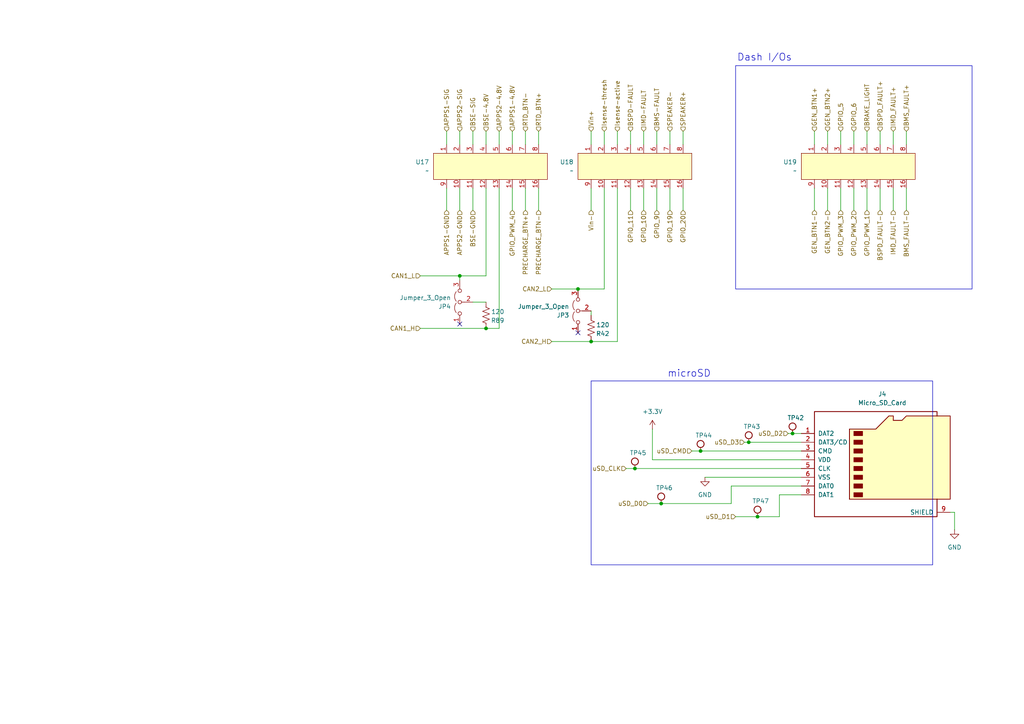
<source format=kicad_sch>
(kicad_sch (version 20250114) (generator "eeschema") (generator_version "9.0")
  (paper "A4")
  (lib_symbols
    (symbol ".Test-Point:RH-5015" (pin_numbers (hide yes)) (pin_names (hide yes))
      (property "Reference" "TP" (at 0 -15.24 0))
      (property "Value" "RH-5015" (at 0 -11.43 0))
      (symbol "RH-5015_1_1"
        (circle (center 0 2.032) (radius 1.016) (stroke (width 0.254)))
        (pin passive line (at 0 0 90) (length 0.9906) (name "1") (number "1"))
      )
    )
    (symbol "BFR Resistors:RMCF0603FT120R" (pin_numbers (hide yes))
      (property "Reference" "R" (at 0 2.54 0))
      (property "Value" "120" (at 1.27 2.54 0))
      (symbol "RMCF0603FT120R_0_1"
        (polyline (pts (xy -2.286 0) (xy -2.54 0)))
        (polyline (pts (xy -2.286 0) (xy -1.905 1.016) (xy -1.524 0) (xy -1.143 -1.016) (xy -0.762 0)))
        (polyline (pts (xy -0.762 0) (xy -0.381 1.016) (xy 0 0) (xy 0.381 -1.016) (xy 0.762 0)))
        (polyline (pts (xy 0.762 0) (xy 1.143 1.016) (xy 1.524 0) (xy 1.905 -1.016) (xy 2.286 0)))
        (polyline (pts (xy 2.286 0) (xy 2.54 0)))
      )
      (symbol "RMCF0603FT120R_1_1"
        (pin passive line (at -3.81 0 0) (length 1.27) (name "~") (number "1"))
        (pin passive line (at 3.81 0 180) (length 1.27) (name "~") (number "2"))
      )
    )
    (symbol "Connector:Micro_SD_Card" (pin_names (offset 1.016))
      (property "Reference" "J" (at -16.51 15.24 0))
      (property "Value" "Micro_SD_Card" (at 16.51 15.24 0))
      (symbol "Micro_SD_Card_0_1"
        (polyline (pts (xy -8.89 -11.43) (xy -8.89 8.89) (xy -1.27 8.89) (xy 2.54 12.7) (xy 3.81 12.7) (xy 3.81 11.43) (xy 6.35 11.43) (xy 7.62 12.7) (xy 20.32 12.7) (xy 20.32 -11.43) (xy -8.89 -11.43)) (stroke (width 0.254)) (fill (type background)))
        (rectangle (start -7.62 8.255) (end -5.08 6.985) (fill (type outline)))
        (rectangle (start -7.62 5.715) (end -5.08 4.445) (fill (type outline)))
        (rectangle (start -7.62 3.175) (end -5.08 1.905) (fill (type outline)))
        (rectangle (start -7.62 0.635) (end -5.08 -0.635) (fill (type outline)))
        (rectangle (start -7.62 -1.905) (end -5.08 -3.175) (fill (type outline)))
        (rectangle (start -7.62 -4.445) (end -5.08 -5.715) (fill (type outline)))
        (rectangle (start -7.62 -6.985) (end -5.08 -8.255) (fill (type outline)))
        (rectangle (start -7.62 -9.525) (end -5.08 -10.795) (fill (type outline)))
        (polyline (pts (xy 16.51 12.7) (xy 16.51 13.97) (xy -19.05 13.97) (xy -19.05 -16.51) (xy 16.51 -16.51) (xy 16.51 -11.43)) (stroke (width 0.254)))
      )
      (symbol "Micro_SD_Card_1_1"
        (pin bidirectional line (at -22.86 7.62 0) (length 3.81) (name "DAT2") (number "1"))
        (pin bidirectional line (at -22.86 5.08 0) (length 3.81) (name "DAT3/CD") (number "2"))
        (pin input line (at -22.86 2.54 0) (length 3.81) (name "CMD") (number "3"))
        (pin power_in line (at -22.86 0 0) (length 3.81) (name "VDD") (number "4"))
        (pin input line (at -22.86 -2.54 0) (length 3.81) (name "CLK") (number "5"))
        (pin power_in line (at -22.86 -5.08 0) (length 3.81) (name "VSS") (number "6"))
        (pin bidirectional line (at -22.86 -7.62 0) (length 3.81) (name "DAT0") (number "7"))
        (pin bidirectional line (at -22.86 -10.16 0) (length 3.81) (name "DAT1") (number "8"))
        (pin passive line (at 20.32 -15.24 180) (length 3.81) (name "SHIELD") (number "9"))
      )
    )
    (symbol "Jumper:Jumper_3_Open" (pin_names (offset 0) (hide yes)) (in_bom no)
      (property "Reference" "JP" (at -2.54 -2.54 0))
      (property "Value" "Jumper_3_Open" (at 0 2.794 0))
      (symbol "Jumper_3_Open_0_0"
        (circle (center -3.302 0) (radius 0.508))
        (circle (center 0 0) (radius 0.508))
        (circle (center 3.302 0) (radius 0.508))
      )
      (symbol "Jumper_3_Open_0_1"
        (arc (start -3.048 1.016) (mid -1.651 1.4992) (end -0.254 1.016))
        (polyline (pts (xy 0 -0.508) (xy 0 -1.27)))
        (arc (start 0.254 1.016) (mid 1.651 1.4992) (end 3.048 1.016))
      )
      (symbol "Jumper_3_Open_1_1"
        (pin passive line (at -6.35 0 0) (length 2.54) (name "A") (number "1"))
        (pin passive line (at 0 -3.81 90) (length 2.54) (name "C") (number "2"))
        (pin passive line (at 6.35 0 180) (length 2.54) (name "B") (number "3"))
      )
    )
    (symbol "MX150L_16-pin_1"
      (property "Reference" "U" (at 0 0 0))
      (property "Value" "MX150L 16-pin" (at -3.556 -2.032 0))
      (symbol "MX150L_16-pin_1_1_1"
        (rectangle (start 5.08 3.81) (end 38.1 -3.81) (fill (type color) (color 255 255 195 1)))
        (pin input line (at 8.89 6.35 270) (length 2.54) (name "") (number "1"))
        (pin input line (at 8.89 -6.35 90) (length 2.54) (name "") (number "9"))
        (pin input line (at 12.7 6.35 270) (length 2.54) (name "") (number "2"))
        (pin input line (at 12.7 -6.35 90) (length 2.54) (name "") (number "10"))
        (pin input line (at 16.51 6.35 270) (length 2.54) (name "") (number "3"))
        (pin input line (at 16.51 -6.35 90) (length 2.54) (name "") (number "11"))
        (pin input line (at 20.32 6.35 270) (length 2.54) (name "") (number "4"))
        (pin input line (at 20.32 -6.35 90) (length 2.54) (name "") (number "12"))
        (pin input line (at 24.13 6.35 270) (length 2.54) (name "") (number "5"))
        (pin input line (at 24.13 -6.35 90) (length 2.54) (name "") (number "13"))
        (pin input line (at 27.94 6.35 270) (length 2.54) (name "") (number "6"))
        (pin input line (at 27.94 -6.35 90) (length 2.54) (name "") (number "14"))
        (pin input line (at 31.75 6.35 270) (length 2.54) (name "") (number "7"))
        (pin input line (at 31.75 -6.35 90) (length 2.54) (name "") (number "15"))
        (pin input line (at 35.56 6.35 270) (length 2.54) (name "") (number "8"))
        (pin input line (at 35.56 -6.35 90) (length 2.54) (name "") (number "16"))
      )
    )
    (symbol "Molex-MX150:MX150L_16-pin"
      (property "Reference" "U" (at 0 0 0))
      (symbol "MX150L_16-pin_1_1"
        (rectangle (start 5.08 3.81) (end 38.1 -3.81) (fill (type color) (color 255 255 195 1)))
        (pin input line (at 8.89 6.35 270) (length 2.54) (name "") (number "1"))
        (pin input line (at 8.89 -6.35 90) (length 2.54) (name "") (number "9"))
        (pin input line (at 12.7 6.35 270) (length 2.54) (name "") (number "2"))
        (pin input line (at 12.7 -6.35 90) (length 2.54) (name "") (number "10"))
        (pin input line (at 16.51 6.35 270) (length 2.54) (name "") (number "3"))
        (pin input line (at 16.51 -6.35 90) (length 2.54) (name "") (number "11"))
        (pin input line (at 20.32 6.35 270) (length 2.54) (name "") (number "4"))
        (pin input line (at 20.32 -6.35 90) (length 2.54) (name "") (number "12"))
        (pin input line (at 24.13 6.35 270) (length 2.54) (name "") (number "5"))
        (pin input line (at 24.13 -6.35 90) (length 2.54) (name "") (number "13"))
        (pin input line (at 27.94 6.35 270) (length 2.54) (name "") (number "6"))
        (pin input line (at 27.94 -6.35 90) (length 2.54) (name "") (number "14"))
        (pin input line (at 31.75 6.35 270) (length 2.54) (name "") (number "7"))
        (pin input line (at 31.75 -6.35 90) (length 2.54) (name "") (number "15"))
        (pin input line (at 35.56 6.35 270) (length 2.54) (name "") (number "8"))
        (pin input line (at 35.56 -6.35 90) (length 2.54) (name "") (number "16"))
      )
    )
    (symbol "power:+3.3V" (power) (pin_numbers (hide yes)) (pin_names (offset 0) (hide yes))
      (property "Value" "+3.3V" (at 0 3.556 0))
      (symbol "+3.3V_0_1"
        (polyline (pts (xy -0.762 1.27) (xy 0 2.54)))
        (polyline (pts (xy 0 2.54) (xy 0.762 1.27)))
        (polyline (pts (xy 0 0) (xy 0 2.54)))
      )
      (symbol "+3.3V_1_1"
        (pin power_in line (at 0 0 90) (length 0) (name "~") (number "1"))
      )
    )
    (symbol "power:GND" (power) (pin_numbers (hide yes)) (pin_names (offset 0) (hide yes))
      (property "Value" "GND" (at 0 -3.81 0))
      (symbol "GND_0_1"
        (polyline (pts (xy 0 0) (xy 0 -1.27) (xy 1.27 -1.27) (xy 0 -2.54) (xy -1.27 -1.27) (xy 0 -1.27)))
      )
      (symbol "GND_1_1"
        (pin power_in line (at 0 0 270) (length 0) (name "~") (number "1"))
      )
    )
  )
  (rectangle (start 171.45 110.49) (end 270.51 163.83))
  (rectangle (start 213.36 19.05) (end 281.94 83.82))
  (text "Dash I/Os\n" (at 221.742 16.764 0) (effects (font (size 2.032 2.032))))
  (text "microSD\n" (at 199.898 108.458 0) (effects (font (size 2.032 2.032))))
  (junction (at 203.2 130.81))
  (junction (at 171.45 99.06))
  (junction (at 219.71 149.86))
  (junction (at 229.87 125.73))
  (junction (at 133.35 80.01))
  (junction (at 191.77 146.05))
  (junction (at 184.15 135.89))
  (junction (at 167.64 83.82))
  (junction (at 217.17 128.27))
  (junction (at 140.97 95.25))
  (no_connect (at 133.35 93.98))
  (no_connect (at 167.64 96.52))
  (wire (pts (xy 179.07 54.61) (xy 179.07 99.06)))
  (wire (pts (xy 137.16 38.1) (xy 137.16 41.91)))
  (wire (pts (xy 215.9 128.27) (xy 217.17 128.27)))
  (wire (pts (xy 171.45 91.44) (xy 171.45 90.17)))
  (wire (pts (xy 148.59 38.1) (xy 148.59 41.91)))
  (wire (pts (xy 194.31 54.61) (xy 194.31 60.96)))
  (wire (pts (xy 198.12 38.1) (xy 198.12 41.91)))
  (wire (pts (xy 232.41 138.43) (xy 204.47 138.43)))
  (wire (pts (xy 259.08 54.61) (xy 259.08 60.96)))
  (wire (pts (xy 152.4 38.1) (xy 152.4 41.91)))
  (wire (pts (xy 236.22 54.61) (xy 236.22 60.96)))
  (wire (pts (xy 129.54 54.61) (xy 129.54 60.96)))
  (wire (pts (xy 194.31 38.1) (xy 194.31 41.91)))
  (wire (pts (xy 189.23 133.35) (xy 232.41 133.35)))
  (wire (pts (xy 152.4 54.61) (xy 152.4 60.96)))
  (wire (pts (xy 137.16 54.61) (xy 137.16 60.96)))
  (wire (pts (xy 240.03 38.1) (xy 240.03 41.91)))
  (wire (pts (xy 175.26 54.61) (xy 175.26 83.82)))
  (wire (pts (xy 179.07 38.1) (xy 179.07 41.91)))
  (wire (pts (xy 240.03 54.61) (xy 240.03 60.96)))
  (wire (pts (xy 275.59 148.59) (xy 276.86 148.59)))
  (wire (pts (xy 182.88 54.61) (xy 182.88 60.96)))
  (wire (pts (xy 129.54 38.1) (xy 129.54 41.91)))
  (wire (pts (xy 255.27 54.61) (xy 255.27 60.96)))
  (wire (pts (xy 160.02 83.82) (xy 167.64 83.82)))
  (wire (pts (xy 171.45 54.61) (xy 171.45 60.96)))
  (wire (pts (xy 184.15 135.89) (xy 232.41 135.89)))
  (wire (pts (xy 144.78 38.1) (xy 144.78 41.91)))
  (wire (pts (xy 213.36 149.86) (xy 219.71 149.86)))
  (wire (pts (xy 121.92 80.01) (xy 133.35 80.01)))
  (wire (pts (xy 226.06 143.51) (xy 232.41 143.51)))
  (wire (pts (xy 198.12 54.61) (xy 198.12 60.96)))
  (wire (pts (xy 133.35 54.61) (xy 133.35 60.96)))
  (wire (pts (xy 200.66 130.81) (xy 203.2 130.81)))
  (wire (pts (xy 191.77 146.05) (xy 212.09 146.05)))
  (wire (pts (xy 212.09 140.97) (xy 232.41 140.97)))
  (wire (pts (xy 190.5 38.1) (xy 190.5 41.91)))
  (wire (pts (xy 186.69 54.61) (xy 186.69 60.96)))
  (wire (pts (xy 217.17 128.27) (xy 232.41 128.27)))
  (wire (pts (xy 182.88 38.1) (xy 182.88 41.91)))
  (wire (pts (xy 212.09 146.05) (xy 212.09 140.97)))
  (wire (pts (xy 251.46 54.61) (xy 251.46 60.96)))
  (wire (pts (xy 243.84 38.1) (xy 243.84 41.91)))
  (wire (pts (xy 181.61 135.89) (xy 184.15 135.89)))
  (wire (pts (xy 148.59 54.61) (xy 148.59 60.96)))
  (wire (pts (xy 229.87 125.73) (xy 232.41 125.73)))
  (wire (pts (xy 140.97 38.1) (xy 140.97 41.91)))
  (wire (pts (xy 247.65 38.1) (xy 247.65 41.91)))
  (wire (pts (xy 156.21 54.61) (xy 156.21 60.96)))
  (wire (pts (xy 144.78 54.61) (xy 144.78 95.25)))
  (wire (pts (xy 133.35 38.1) (xy 133.35 41.91)))
  (wire (pts (xy 121.92 95.25) (xy 140.97 95.25)))
  (wire (pts (xy 255.27 38.1) (xy 255.27 41.91)))
  (wire (pts (xy 187.96 146.05) (xy 191.77 146.05)))
  (wire (pts (xy 140.97 95.25) (xy 144.78 95.25)))
  (wire (pts (xy 156.21 38.1) (xy 156.21 41.91)))
  (wire (pts (xy 247.65 54.61) (xy 247.65 60.96)))
  (wire (pts (xy 259.08 38.1) (xy 259.08 41.91)))
  (wire (pts (xy 262.89 38.1) (xy 262.89 41.91)))
  (wire (pts (xy 262.89 54.61) (xy 262.89 60.96)))
  (wire (pts (xy 189.23 124.46) (xy 189.23 133.35)))
  (wire (pts (xy 186.69 38.1) (xy 186.69 41.91)))
  (wire (pts (xy 175.26 38.1) (xy 175.26 41.91)))
  (wire (pts (xy 133.35 81.28) (xy 133.35 80.01)))
  (wire (pts (xy 251.46 38.1) (xy 251.46 41.91)))
  (wire (pts (xy 167.64 83.82) (xy 175.26 83.82)))
  (wire (pts (xy 171.45 38.1) (xy 171.45 41.91)))
  (wire (pts (xy 171.45 99.06) (xy 179.07 99.06)))
  (wire (pts (xy 219.71 149.86) (xy 226.06 149.86)))
  (wire (pts (xy 236.22 38.1) (xy 236.22 41.91)))
  (wire (pts (xy 276.86 148.59) (xy 276.86 153.67)))
  (wire (pts (xy 140.97 54.61) (xy 140.97 80.01)))
  (wire (pts (xy 160.02 99.06) (xy 171.45 99.06)))
  (wire (pts (xy 203.2 130.81) (xy 232.41 130.81)))
  (wire (pts (xy 226.06 149.86) (xy 226.06 143.51)))
  (wire (pts (xy 133.35 80.01) (xy 140.97 80.01)))
  (wire (pts (xy 228.6 125.73) (xy 229.87 125.73)))
  (wire (pts (xy 243.84 54.61) (xy 243.84 60.96)))
  (wire (pts (xy 140.97 87.63) (xy 137.16 87.63)))
  (wire (pts (xy 190.5 54.61) (xy 190.5 60.96)))
  (hierarchical_label "BSE-SIG" (shape input) (at 137.16 38.1 90))
  (hierarchical_label "GPIO_20" (shape input) (at 198.12 60.96 270))
  (hierarchical_label "GEN_BTN2+" (shape input) (at 240.03 38.1 90))
  (hierarchical_label "uSD_CMD" (shape input) (at 200.66 130.81 180))
  (hierarchical_label "IMD-FAULT" (shape input) (at 186.69 38.1 90))
  (hierarchical_label "CAN1_L" (shape input) (at 121.92 80.01 180))
  (hierarchical_label "APPS1-4.8V" (shape input) (at 148.59 38.1 90))
  (hierarchical_label "Isense-thresh" (shape input) (at 175.26 38.1 90))
  (hierarchical_label "GPIO_PWM_2" (shape input) (at 247.65 60.96 270))
  (hierarchical_label "IMD_FAULT-" (shape input) (at 259.08 60.96 270))
  (hierarchical_label "Vin-" (shape input) (at 171.45 60.96 270))
  (hierarchical_label "BSE-4.8V" (shape input) (at 140.97 38.1 90))
  (hierarchical_label "RTD_BTN-" (shape input) (at 152.4 38.1 90))
  (hierarchical_label "GEN_BTN2-" (shape input) (at 240.03 60.96 270))
  (hierarchical_label "CAN1_H" (shape input) (at 121.92 95.25 180))
  (hierarchical_label "BSPD-FAULT" (shape input) (at 182.88 38.1 90))
  (hierarchical_label "GEN_BTN1-" (shape input) (at 236.22 60.96 270))
  (hierarchical_label "GPIO_PWM_4" (shape input) (at 148.59 60.96 270))
  (hierarchical_label "BSPD_FAULT+" (shape input) (at 255.27 38.1 90))
  (hierarchical_label "GPIO_5" (shape input) (at 243.84 38.1 90))
  (hierarchical_label "GEN_BTN1+" (shape input) (at 236.22 38.1 90))
  (hierarchical_label "GPIO_9" (shape input) (at 190.5 60.96 270))
  (hierarchical_label "GPIO_6" (shape input) (at 247.65 38.1 90))
  (hierarchical_label "uSD_D3" (shape input) (at 215.9 128.27 180))
  (hierarchical_label "RTD_BTN+" (shape input) (at 156.21 38.1 90))
  (hierarchical_label "BSE-GND" (shape input) (at 137.16 60.96 270))
  (hierarchical_label "BMS_FAULT+" (shape input) (at 262.89 38.1 90))
  (hierarchical_label "APPS1-SIG" (shape input) (at 129.54 38.1 90))
  (hierarchical_label "uSD_D2" (shape input) (at 228.6 125.73 180))
  (hierarchical_label "BMS_FAULT-" (shape input) (at 262.89 60.96 270))
  (hierarchical_label "GPIO_PWM_3" (shape input) (at 243.84 60.96 270))
  (hierarchical_label "GPIO_19" (shape input) (at 194.31 60.96 270))
  (hierarchical_label "CAN2_H" (shape input) (at 160.02 99.06 180))
  (hierarchical_label "BSPD_FAULT-" (shape input) (at 255.27 60.96 270))
  (hierarchical_label "GPIO_11" (shape input) (at 182.88 60.96 270))
  (hierarchical_label "uSD_D0" (shape input) (at 187.96 146.05 180))
  (hierarchical_label "APPS1-GND" (shape input) (at 129.54 60.96 270))
  (hierarchical_label "APPS2-4.8V" (shape input) (at 144.78 38.1 90))
  (hierarchical_label "GPIO_10" (shape input) (at 186.69 60.96 270))
  (hierarchical_label "PRECHARGE_BTN+" (shape input) (at 152.4 60.96 270))
  (hierarchical_label "Isense-active" (shape input) (at 179.07 38.1 90))
  (hierarchical_label "uSD_CLK" (shape input) (at 181.61 135.89 180))
  (hierarchical_label "APPS2-GND" (shape input) (at 133.35 60.96 270))
  (hierarchical_label "APPS2-SIG" (shape input) (at 133.35 38.1 90))
  (hierarchical_label "BRAKE_LIGHT" (shape input) (at 251.46 38.1 90))
  (hierarchical_label "IMD_FAULT+" (shape input) (at 259.08 38.1 90))
  (hierarchical_label "uSD_D1" (shape input) (at 213.36 149.86 180))
  (hierarchical_label "GPIO_PWM_1" (shape input) (at 251.46 60.96 270))
  (hierarchical_label "SPEAKER-" (shape input) (at 194.31 38.1 90))
  (hierarchical_label "BMS-FAULT" (shape input) (at 190.5 38.1 90))
  (hierarchical_label "Vin+" (shape input) (at 171.45 38.1 90))
  (hierarchical_label "SPEAKER+" (shape input) (at 198.12 38.1 90))
  (hierarchical_label "PRECHARGE_BTN-" (shape input) (at 156.21 60.96 270))
  (hierarchical_label "CAN2_L" (shape input) (at 160.02 83.82 180))
  (symbol (lib_id "Molex-MX150:MX150L_16-pin") (at 162.56 48.26 0) (unit 1)
    (property "Reference" "U18" (at 166.37 46.9899 0) (effects (justify right)))
    (property "Value" "~" (at 166.37 49.5299 0) (effects (justify right)))
    (property "Footprint" "20pinMX150Header:CONN_SD-19427-025_MOL" (effects (hide yes)))
  )
  (symbol (lib_id "Connector:Micro_SD_Card") (at 255.27 133.35 0) (unit 1)
    (property "Reference" "J4" (at 255.905 114.3 0))
    (property "Value" "Micro_SD_Card" (at 255.905 116.84 0))
    (property "Footprint" "Connector_Card:microSD_HC_Wuerth_693072010801" (effects (hide yes)))
    (property "Datasheet" "https://www.we-online.com/components/products/datasheet/693072010801.pdf" (effects (hide yes)))
    (property "Description" "Micro SD Card Socket" (effects (hide yes)))
    (property "Mouser P/N" "710-693072010801" (effects (hide yes)))
  )
  (symbol (lib_id ".Test-Point:RH-5015") (at 191.77 146.05 0) (unit 1)
    (property "Reference" "TP46" (at 190.2468 140.7937 0) (effects (justify left top)))
    (property "Value" "RH-5015" (effects (hide yes)))
    (property "Footprint" "TestPoint:TestPoint_Keystone_5015_Micro_Mini" (effects (hide yes)))
    (property "Datasheet" "https://wmsc.lcsc.com/wmsc/upload/file/pdf/v2/lcsc/2310260935_ronghe-RH-5015_C5199798.pdf" (effects (hide yes)))
    (property "Description" "Surface-mount grabby test point" (effects (hide yes)))
    (property "Link" "https://jlcpcb.com/partdetail/Ronghe-RH5015/C5199798" (effects (hide yes)))
    (property "Digikey P/N" "36-5015CT-ND" (effects (hide yes)))
    (property "Mouser P/N" "534-5015" (effects (hide yes)))
    (property "LCSC P/N" "C5199798" (effects (hide yes)))
    (property "Manufacturer" "Ronghe" (effects (hide yes)))
    (property "Manufacturer P/N" "RH-5015" (effects (hide yes)))
    (property "LCSC Part #" "C5199798" (effects (hide yes)))
  )
  (symbol (lib_id "BFR Resistors:RMCF0603FT120R") (at 140.97 91.44 90) (unit 1)
    (property "Reference" "R89" (at 146.304 92.964 90) (effects (justify left)))
    (property "Value" "120" (at 146.304 90.424 90) (effects (justify left)))
    (property "Footprint" "Resistor_SMD:R_0603_1608Metric_Pad0.98x0.95mm_HandSolder" (effects (hide yes)))
    (property "Datasheet" "https://www.seielect.com/catalog/sei-rmcf_rmcp.pdf" (effects (hide yes)))
    (property "Description" "120Ω 0603 JLCPCB Basic Resistor" (effects (hide yes)))
    (property "Sim.Device" "SUBCKT" (effects (hide yes)))
    (property "Sim.Pins" "1=P1 2=P2" (effects (hide yes)))
    (property "Sim.Library" "${BFRUH_DIR}/Electronics/spice_models/bfr_resistors/RMCF0603FT120R.lib" (effects (hide yes)))
    (property "Sim.Name" "RMCF0603FT120R" (effects (hide yes)))
    (property "Pretty Name" "120Ω 0603 Resistor" (effects (hide yes)))
    (property "Order From" "LCSC" (effects (hide yes)))
    (property "Digikey P/N" "RMCF0603FT120RCT-ND" (effects (hide yes)))
    (property "Mouser P/N" "708-RMCF0603FT120R" (effects (hide yes)))
    (property "LCSC P/N" "C22787" (effects (hide yes)))
    (property "JLCPCB Basic Part" "Yes" (effects (hide yes)))
    (property "Created by" "resistor_generator.py script using e24_resistor_bible_spec.txt" (effects (hide yes)))
  )
  (symbol (lib_id ".Test-Point:RH-5015") (at 219.71 149.86 0) (unit 1)
    (property "Reference" "TP47" (at 218.1868 144.6037 0) (effects (justify left top)))
    (property "Value" "RH-5015" (effects (hide yes)))
    (property "Footprint" "TestPoint:TestPoint_Keystone_5015_Micro_Mini" (effects (hide yes)))
    (property "Datasheet" "https://wmsc.lcsc.com/wmsc/upload/file/pdf/v2/lcsc/2310260935_ronghe-RH-5015_C5199798.pdf" (effects (hide yes)))
    (property "Description" "Surface-mount grabby test point" (effects (hide yes)))
    (property "Link" "https://jlcpcb.com/partdetail/Ronghe-RH5015/C5199798" (effects (hide yes)))
    (property "Digikey P/N" "36-5015CT-ND" (effects (hide yes)))
    (property "Mouser P/N" "534-5015" (effects (hide yes)))
    (property "LCSC P/N" "C5199798" (effects (hide yes)))
    (property "Manufacturer" "Ronghe" (effects (hide yes)))
    (property "Manufacturer P/N" "RH-5015" (effects (hide yes)))
    (property "LCSC Part #" "C5199798" (effects (hide yes)))
  )
  (symbol (lib_id "power:+3.3V") (at 189.23 124.46 0) (unit 1)
    (property "Reference" "#PWR061" (effects (hide yes)))
    (property "Value" "+3.3V" (at 189.23 119.38 0))
    (property "Description" "Power symbol creates a global label with name \"+3.3V\"" (effects (hide yes)))
  )
  (symbol (lib_id "power:GND") (at 276.86 153.67 0) (unit 1)
    (property "Reference" "#PWR063" (effects (hide yes)))
    (property "Value" "GND" (at 276.86 158.75 0))
    (property "Description" "Power symbol creates a global label with name \"GND\" , ground" (effects (hide yes)))
  )
  (symbol (lib_id "power:GND") (at 204.47 138.43 0) (unit 1)
    (property "Reference" "#PWR062" (effects (hide yes)))
    (property "Value" "GND" (at 204.47 143.51 0))
    (property "Description" "Power symbol creates a global label with name \"GND\" , ground" (effects (hide yes)))
  )
  (symbol (lib_id ".Test-Point:RH-5015") (at 229.87 125.73 0) (unit 1)
    (property "Reference" "TP42" (at 228.3468 120.4737 0) (effects (justify left top)))
    (property "Value" "RH-5015" (effects (hide yes)))
    (property "Footprint" "TestPoint:TestPoint_Keystone_5015_Micro_Mini" (effects (hide yes)))
    (property "Datasheet" "https://wmsc.lcsc.com/wmsc/upload/file/pdf/v2/lcsc/2310260935_ronghe-RH-5015_C5199798.pdf" (effects (hide yes)))
    (property "Description" "Surface-mount grabby test point" (effects (hide yes)))
    (property "Link" "https://jlcpcb.com/partdetail/Ronghe-RH5015/C5199798" (effects (hide yes)))
    (property "Digikey P/N" "36-5015CT-ND" (effects (hide yes)))
    (property "Mouser P/N" "534-5015" (effects (hide yes)))
    (property "LCSC P/N" "C5199798" (effects (hide yes)))
    (property "Manufacturer" "Ronghe" (effects (hide yes)))
    (property "Manufacturer P/N" "RH-5015" (effects (hide yes)))
    (property "LCSC Part #" "C5199798" (effects (hide yes)))
  )
  (symbol (lib_id "Jumper:Jumper_3_Open") (at 167.64 90.17 90) (unit 1) (in_bom no)
    (property "Reference" "JP3" (at 165.1 91.4401 90) (effects (justify left)))
    (property "Value" "Jumper_3_Open" (at 165.1 88.9001 90) (effects (justify left)))
    (property "Footprint" "Connector_PinHeader_2.54mm:PinHeader_1x03_P2.54mm_Vertical" (effects (hide yes)))
    (property "Description" "Jumper, 3-pole, both open" (effects (hide yes)))
  )
  (symbol (lib_id "Jumper:Jumper_3_Open") (at 133.35 87.63 90) (unit 1) (in_bom no)
    (property "Reference" "JP4" (at 130.81 88.9001 90) (effects (justify left)))
    (property "Value" "Jumper_3_Open" (at 130.81 86.3601 90) (effects (justify left)))
    (property "Footprint" "Connector_PinHeader_2.54mm:PinHeader_1x03_P2.54mm_Vertical" (effects (hide yes)))
    (property "Description" "Jumper, 3-pole, both open" (effects (hide yes)))
  )
  (symbol (lib_id "Molex-MX150:MX150L_16-pin") (at 227.33 48.26 0) (unit 1)
    (property "Reference" "U19" (at 231.14 46.9899 0) (effects (justify right)))
    (property "Value" "~" (at 231.14 49.5299 0) (effects (justify right)))
    (property "Footprint" "20pinMX150Header:CONN_SD-19427-025_MOL" (effects (hide yes)))
  )
  (symbol (lib_id ".Test-Point:RH-5015") (at 184.15 135.89 0) (unit 1)
    (property "Reference" "TP45" (at 182.6268 130.6337 0) (effects (justify left top)))
    (property "Value" "RH-5015" (effects (hide yes)))
    (property "Footprint" "TestPoint:TestPoint_Keystone_5015_Micro_Mini" (effects (hide yes)))
    (property "Datasheet" "https://wmsc.lcsc.com/wmsc/upload/file/pdf/v2/lcsc/2310260935_ronghe-RH-5015_C5199798.pdf" (effects (hide yes)))
    (property "Description" "Surface-mount grabby test point" (effects (hide yes)))
    (property "Link" "https://jlcpcb.com/partdetail/Ronghe-RH5015/C5199798" (effects (hide yes)))
    (property "Digikey P/N" "36-5015CT-ND" (effects (hide yes)))
    (property "Mouser P/N" "534-5015" (effects (hide yes)))
    (property "LCSC P/N" "C5199798" (effects (hide yes)))
    (property "Manufacturer" "Ronghe" (effects (hide yes)))
    (property "Manufacturer P/N" "RH-5015" (effects (hide yes)))
    (property "LCSC Part #" "C5199798" (effects (hide yes)))
  )
  (symbol (lib_id ".Test-Point:RH-5015") (at 217.17 128.27 0) (unit 1)
    (property "Reference" "TP43" (at 215.6468 123.0137 0) (effects (justify left top)))
    (property "Value" "RH-5015" (effects (hide yes)))
    (property "Footprint" "TestPoint:TestPoint_Keystone_5015_Micro_Mini" (effects (hide yes)))
    (property "Datasheet" "https://wmsc.lcsc.com/wmsc/upload/file/pdf/v2/lcsc/2310260935_ronghe-RH-5015_C5199798.pdf" (effects (hide yes)))
    (property "Description" "Surface-mount grabby test point" (effects (hide yes)))
    (property "Link" "https://jlcpcb.com/partdetail/Ronghe-RH5015/C5199798" (effects (hide yes)))
    (property "Digikey P/N" "36-5015CT-ND" (effects (hide yes)))
    (property "Mouser P/N" "534-5015" (effects (hide yes)))
    (property "LCSC P/N" "C5199798" (effects (hide yes)))
    (property "Manufacturer" "Ronghe" (effects (hide yes)))
    (property "Manufacturer P/N" "RH-5015" (effects (hide yes)))
    (property "LCSC Part #" "C5199798" (effects (hide yes)))
  )
  (symbol (lib_name "MX150L_16-pin_1") (lib_id "Molex-MX150:MX150L_16-pin") (at 120.65 48.26 0) (unit 1)
    (property "Reference" "U17" (at 124.46 46.9899 0) (effects (justify right)))
    (property "Value" "~" (at 124.46 49.5299 0) (effects (justify right)))
    (property "Footprint" "20pinMX150Header:CONN_SD-19427-025_MOL" (effects (hide yes)))
  )
  (symbol (lib_id ".Test-Point:RH-5015") (at 203.2 130.81 0) (unit 1)
    (property "Reference" "TP44" (at 201.6768 125.5537 0) (effects (justify left top)))
    (property "Value" "RH-5015" (effects (hide yes)))
    (property "Footprint" "TestPoint:TestPoint_Keystone_5015_Micro_Mini" (effects (hide yes)))
    (property "Datasheet" "https://wmsc.lcsc.com/wmsc/upload/file/pdf/v2/lcsc/2310260935_ronghe-RH-5015_C5199798.pdf" (effects (hide yes)))
    (property "Description" "Surface-mount grabby test point" (effects (hide yes)))
    (property "Link" "https://jlcpcb.com/partdetail/Ronghe-RH5015/C5199798" (effects (hide yes)))
    (property "Digikey P/N" "36-5015CT-ND" (effects (hide yes)))
    (property "Mouser P/N" "534-5015" (effects (hide yes)))
    (property "LCSC P/N" "C5199798" (effects (hide yes)))
    (property "Manufacturer" "Ronghe" (effects (hide yes)))
    (property "Manufacturer P/N" "RH-5015" (effects (hide yes)))
    (property "LCSC Part #" "C5199798" (effects (hide yes)))
  )
  (symbol (lib_id "BFR Resistors:RMCF0603FT120R") (at 171.45 95.25 90) (unit 1)
    (property "Reference" "R42" (at 176.784 96.774 90) (effects (justify left)))
    (property "Value" "120" (at 176.784 94.234 90) (effects (justify left)))
    (property "Footprint" "Resistor_SMD:R_0603_1608Metric_Pad0.98x0.95mm_HandSolder" (effects (hide yes)))
    (property "Datasheet" "https://www.seielect.com/catalog/sei-rmcf_rmcp.pdf" (effects (hide yes)))
    (property "Description" "120Ω 0603 JLCPCB Basic Resistor" (effects (hide yes)))
    (property "Sim.Device" "SUBCKT" (effects (hide yes)))
    (property "Sim.Pins" "1=P1 2=P2" (effects (hide yes)))
    (property "Sim.Library" "${BFRUH_DIR}/Electronics/spice_models/bfr_resistors/RMCF0603FT120R.lib" (effects (hide yes)))
    (property "Sim.Name" "RMCF0603FT120R" (effects (hide yes)))
    (property "Pretty Name" "120Ω 0603 Resistor" (effects (hide yes)))
    (property "Order From" "LCSC" (effects (hide yes)))
    (property "Digikey P/N" "RMCF0603FT120RCT-ND" (effects (hide yes)))
    (property "Mouser P/N" "708-RMCF0603FT120R" (effects (hide yes)))
    (property "LCSC P/N" "C22787" (effects (hide yes)))
    (property "JLCPCB Basic Part" "Yes" (effects (hide yes)))
    (property "Created by" "resistor_generator.py script using e24_resistor_bible_spec.txt" (effects (hide yes)))
  )
)
</source>
